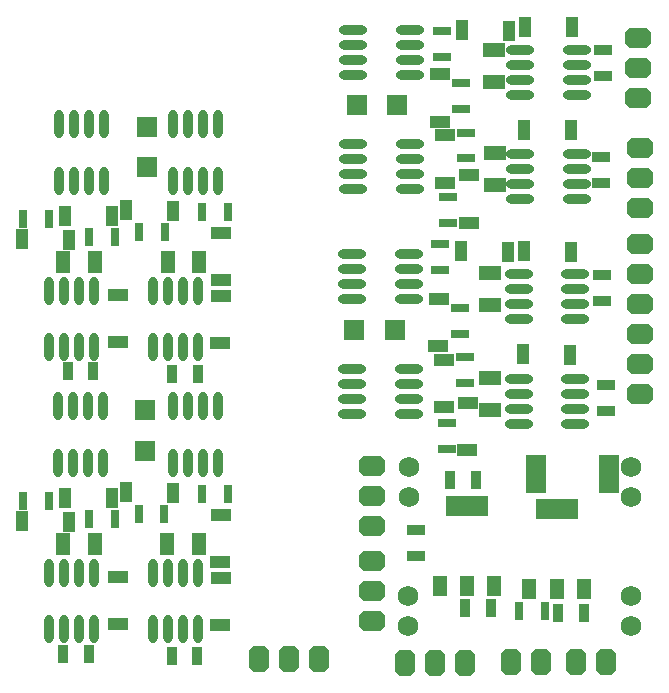
<source format=gbs>
G04*
G04 #@! TF.GenerationSoftware,Altium Limited,Altium Designer,24.10.1 (45)*
G04*
G04 Layer_Color=16711935*
%FSLAX44Y44*%
%MOMM*%
G71*
G04*
G04 #@! TF.SameCoordinates,C031E789-135E-4793-A04E-BF888AAD087F*
G04*
G04*
G04 #@! TF.FilePolarity,Negative*
G04*
G01*
G75*
%ADD37R,1.6032X0.9032*%
%ADD43O,2.4032X0.8032*%
%ADD44R,0.8032X1.6032*%
%ADD45R,1.6032X0.8032*%
%ADD47R,0.9032X1.6032*%
%ADD50R,1.3032X1.9032*%
%ADD51R,1.7272X1.0032*%
%ADD52R,1.0032X1.7272*%
%ADD53R,1.7272X1.7272*%
%ADD54O,0.8032X2.4032*%
G04:AMPARAMS|DCode=55|XSize=2.2352mm|YSize=1.7272mm|CornerRadius=0mm|HoleSize=0mm|Usage=FLASHONLY|Rotation=90.000|XOffset=0mm|YOffset=0mm|HoleType=Round|Shape=Octagon|*
%AMOCTAGOND55*
4,1,8,0.4318,1.1176,-0.4318,1.1176,-0.8636,0.6858,-0.8636,-0.6858,-0.4318,-1.1176,0.4318,-1.1176,0.8636,-0.6858,0.8636,0.6858,0.4318,1.1176,0.0*
%
%ADD55OCTAGOND55*%

%ADD56C,1.7272*%
G04:AMPARAMS|DCode=57|XSize=2.2352mm|YSize=1.7272mm|CornerRadius=0mm|HoleSize=0mm|Usage=FLASHONLY|Rotation=180.000|XOffset=0mm|YOffset=0mm|HoleType=Round|Shape=Octagon|*
%AMOCTAGOND57*
4,1,8,-1.1176,0.4318,-1.1176,-0.4318,-0.6858,-0.8636,0.6858,-0.8636,1.1176,-0.4318,1.1176,0.4318,0.6858,0.8636,-0.6858,0.8636,-1.1176,0.4318,0.0*
%
%ADD57OCTAGOND57*%

%ADD74R,1.3032X1.7532*%
%ADD75R,1.3032X1.7532*%
%ADD76R,3.6532X1.7532*%
%ADD77R,1.9032X1.3032*%
%ADD78R,1.7272X1.7272*%
%ADD79R,1.7032X3.2032*%
D37*
X361500Y-467422D02*
D03*
Y-445578D02*
D03*
X520250Y-39508D02*
D03*
Y-61352D02*
D03*
X519200Y-229578D02*
D03*
Y-251422D02*
D03*
X518500Y-130078D02*
D03*
Y-151922D02*
D03*
X522500Y-323078D02*
D03*
Y-344922D02*
D03*
D43*
X308500Y-60150D02*
D03*
Y-47450D02*
D03*
Y-34750D02*
D03*
Y-22050D02*
D03*
X356499Y-60150D02*
D03*
Y-47450D02*
D03*
Y-34750D02*
D03*
Y-22050D02*
D03*
X307450Y-250221D02*
D03*
Y-237521D02*
D03*
Y-224821D02*
D03*
Y-212121D02*
D03*
X355450Y-250221D02*
D03*
Y-237521D02*
D03*
Y-224821D02*
D03*
Y-212121D02*
D03*
X307450Y-347221D02*
D03*
Y-334521D02*
D03*
Y-321821D02*
D03*
Y-309121D02*
D03*
X355450Y-347221D02*
D03*
Y-334521D02*
D03*
Y-321821D02*
D03*
Y-309121D02*
D03*
X449500Y-77150D02*
D03*
Y-64450D02*
D03*
Y-51750D02*
D03*
Y-39050D02*
D03*
X497499Y-77150D02*
D03*
Y-64450D02*
D03*
Y-51750D02*
D03*
Y-39050D02*
D03*
X448450Y-267221D02*
D03*
Y-254521D02*
D03*
Y-241821D02*
D03*
Y-229121D02*
D03*
X496450Y-267221D02*
D03*
Y-254521D02*
D03*
Y-241821D02*
D03*
Y-229121D02*
D03*
X449500Y-165500D02*
D03*
Y-152800D02*
D03*
Y-140100D02*
D03*
Y-127400D02*
D03*
X497500Y-165500D02*
D03*
Y-152800D02*
D03*
Y-140100D02*
D03*
Y-127400D02*
D03*
X448450Y-355571D02*
D03*
Y-342871D02*
D03*
Y-330171D02*
D03*
Y-317471D02*
D03*
X496450Y-355571D02*
D03*
Y-342871D02*
D03*
Y-330171D02*
D03*
Y-317471D02*
D03*
X308500Y-157150D02*
D03*
Y-144450D02*
D03*
Y-131750D02*
D03*
Y-119050D02*
D03*
X356499Y-157150D02*
D03*
Y-144450D02*
D03*
Y-131750D02*
D03*
Y-119050D02*
D03*
D44*
X85078Y-197872D02*
D03*
X106923D02*
D03*
X84908Y-436622D02*
D03*
X106752D02*
D03*
X202593Y-176750D02*
D03*
X180749D02*
D03*
X202422Y-415500D02*
D03*
X180578D02*
D03*
X29078Y-182000D02*
D03*
X50922D02*
D03*
X28907Y-420750D02*
D03*
X50751D02*
D03*
X126749Y-193050D02*
D03*
X148593D02*
D03*
X126579Y-431800D02*
D03*
X148422D02*
D03*
X470422Y-514500D02*
D03*
X448578D02*
D03*
D45*
X403500Y-131022D02*
D03*
Y-109178D02*
D03*
X403322Y-321093D02*
D03*
Y-299249D02*
D03*
X383550Y-23430D02*
D03*
Y-45273D02*
D03*
X382200Y-203578D02*
D03*
Y-225422D02*
D03*
X388500Y-185422D02*
D03*
Y-163578D02*
D03*
X387450Y-377093D02*
D03*
Y-355249D02*
D03*
X399550Y-89351D02*
D03*
Y-67507D02*
D03*
X398501Y-279422D02*
D03*
Y-257578D02*
D03*
D47*
X424922Y-512000D02*
D03*
X403078D02*
D03*
X504001Y-516000D02*
D03*
X482156D02*
D03*
X390078Y-403500D02*
D03*
X411922D02*
D03*
X176593Y-313750D02*
D03*
X154749D02*
D03*
X176422Y-552500D02*
D03*
X154578D02*
D03*
X88422Y-311000D02*
D03*
X66578D02*
D03*
X84422Y-551000D02*
D03*
X62578D02*
D03*
D50*
X178171Y-219050D02*
D03*
X151171D02*
D03*
X178001Y-457800D02*
D03*
X151000D02*
D03*
X89500Y-219000D02*
D03*
X62500D02*
D03*
X89329Y-457750D02*
D03*
X62330D02*
D03*
D51*
X196500Y-247500D02*
D03*
X196000Y-287500D02*
D03*
X109500Y-246500D02*
D03*
X109000Y-286500D02*
D03*
X109329Y-485250D02*
D03*
X108829Y-525250D02*
D03*
X386000Y-151600D02*
D03*
X386500Y-111600D02*
D03*
X384950Y-341671D02*
D03*
X385450Y-301671D02*
D03*
X196171Y-234050D02*
D03*
X196671Y-194050D02*
D03*
X196000Y-472800D02*
D03*
X196500Y-432800D02*
D03*
X406000Y-185500D02*
D03*
X406500Y-145500D02*
D03*
X404950Y-378171D02*
D03*
X405450Y-338171D02*
D03*
X382050Y-59930D02*
D03*
X381550Y-99930D02*
D03*
X381000Y-250000D02*
D03*
X380500Y-290000D02*
D03*
X196329Y-486250D02*
D03*
X195829Y-526250D02*
D03*
D52*
X452950Y-209671D02*
D03*
X492950Y-210171D02*
D03*
X453000Y-106601D02*
D03*
X492999Y-107100D02*
D03*
X451949Y-296671D02*
D03*
X491950Y-297171D02*
D03*
X64500Y-179500D02*
D03*
X104500Y-180000D02*
D03*
X64330Y-418250D02*
D03*
X104330Y-418750D02*
D03*
X440500Y-23000D02*
D03*
X400500Y-22500D02*
D03*
X439500Y-210000D02*
D03*
X399500Y-209499D02*
D03*
X28000Y-199500D02*
D03*
X68000Y-200000D02*
D03*
X27829Y-438250D02*
D03*
X67829Y-438750D02*
D03*
X156171Y-175550D02*
D03*
X116171Y-175050D02*
D03*
X156000Y-414300D02*
D03*
X116000Y-413800D02*
D03*
X454000Y-19600D02*
D03*
X494000Y-20100D02*
D03*
D53*
X133500Y-138645D02*
D03*
Y-104355D02*
D03*
X132000Y-378645D02*
D03*
Y-344355D02*
D03*
D54*
X155950Y-102000D02*
D03*
X168650D02*
D03*
X181350D02*
D03*
X194050D02*
D03*
X155950Y-150000D02*
D03*
X168650D02*
D03*
X181350D02*
D03*
X194050D02*
D03*
X155779Y-340750D02*
D03*
X168479D02*
D03*
X181179D02*
D03*
X193879D02*
D03*
X155779Y-388750D02*
D03*
X168479D02*
D03*
X181179D02*
D03*
X193879D02*
D03*
X58950Y-102000D02*
D03*
X71650D02*
D03*
X84350D02*
D03*
X97050D02*
D03*
X58950Y-150000D02*
D03*
X71650D02*
D03*
X84350D02*
D03*
X97050D02*
D03*
X58779Y-340750D02*
D03*
X71479D02*
D03*
X84179D02*
D03*
X96879D02*
D03*
X58779Y-388750D02*
D03*
X71479D02*
D03*
X84179D02*
D03*
X96879D02*
D03*
X138950Y-243000D02*
D03*
X151650D02*
D03*
X164350D02*
D03*
X177050D02*
D03*
X138950Y-291000D02*
D03*
X151650D02*
D03*
X164350D02*
D03*
X177050D02*
D03*
X138780Y-481750D02*
D03*
X151480D02*
D03*
X164180D02*
D03*
X176880D02*
D03*
X138780Y-529750D02*
D03*
X151480D02*
D03*
X164180D02*
D03*
X176880D02*
D03*
X50600Y-243000D02*
D03*
X63300D02*
D03*
X76000D02*
D03*
X88700D02*
D03*
X50600Y-291000D02*
D03*
X63300D02*
D03*
X76000D02*
D03*
X88700D02*
D03*
X50429Y-481750D02*
D03*
X63129D02*
D03*
X75829D02*
D03*
X88529D02*
D03*
X50429Y-529750D02*
D03*
X63129D02*
D03*
X75829D02*
D03*
X88529D02*
D03*
D55*
X467000Y-557500D02*
D03*
X441600D02*
D03*
X496600Y-557000D02*
D03*
X522000D02*
D03*
X228600Y-555000D02*
D03*
X254000D02*
D03*
X279400D02*
D03*
X402900Y-558500D02*
D03*
X377500D02*
D03*
X352100D02*
D03*
D56*
X543714Y-417500D02*
D03*
Y-392100D02*
D03*
X543206Y-527228D02*
D03*
Y-501828D02*
D03*
X354992D02*
D03*
Y-527228D02*
D03*
X355500Y-392100D02*
D03*
Y-417500D02*
D03*
D57*
X324000Y-442500D02*
D03*
Y-417100D02*
D03*
Y-391700D02*
D03*
X551500Y-330500D02*
D03*
Y-305100D02*
D03*
Y-279700D02*
D03*
Y-254300D02*
D03*
Y-228900D02*
D03*
Y-203500D02*
D03*
X324500Y-471500D02*
D03*
Y-496900D02*
D03*
Y-522300D02*
D03*
X549500Y-29500D02*
D03*
Y-54900D02*
D03*
Y-80300D02*
D03*
X551500Y-172900D02*
D03*
Y-147500D02*
D03*
Y-122100D02*
D03*
D74*
X427500Y-493020D02*
D03*
X503500Y-495500D02*
D03*
D75*
X404500Y-493020D02*
D03*
X381500D02*
D03*
X480500Y-495500D02*
D03*
X457500D02*
D03*
D76*
X404500Y-425520D02*
D03*
X480500Y-428000D02*
D03*
D77*
X427500Y-39000D02*
D03*
Y-66000D02*
D03*
X424500Y-228000D02*
D03*
Y-255000D02*
D03*
X428500Y-126500D02*
D03*
Y-153500D02*
D03*
X424450Y-316671D02*
D03*
Y-343671D02*
D03*
D78*
X345645Y-85500D02*
D03*
X311355D02*
D03*
X343645Y-276000D02*
D03*
X309355D02*
D03*
D79*
X463500Y-398000D02*
D03*
X525000D02*
D03*
M02*

</source>
